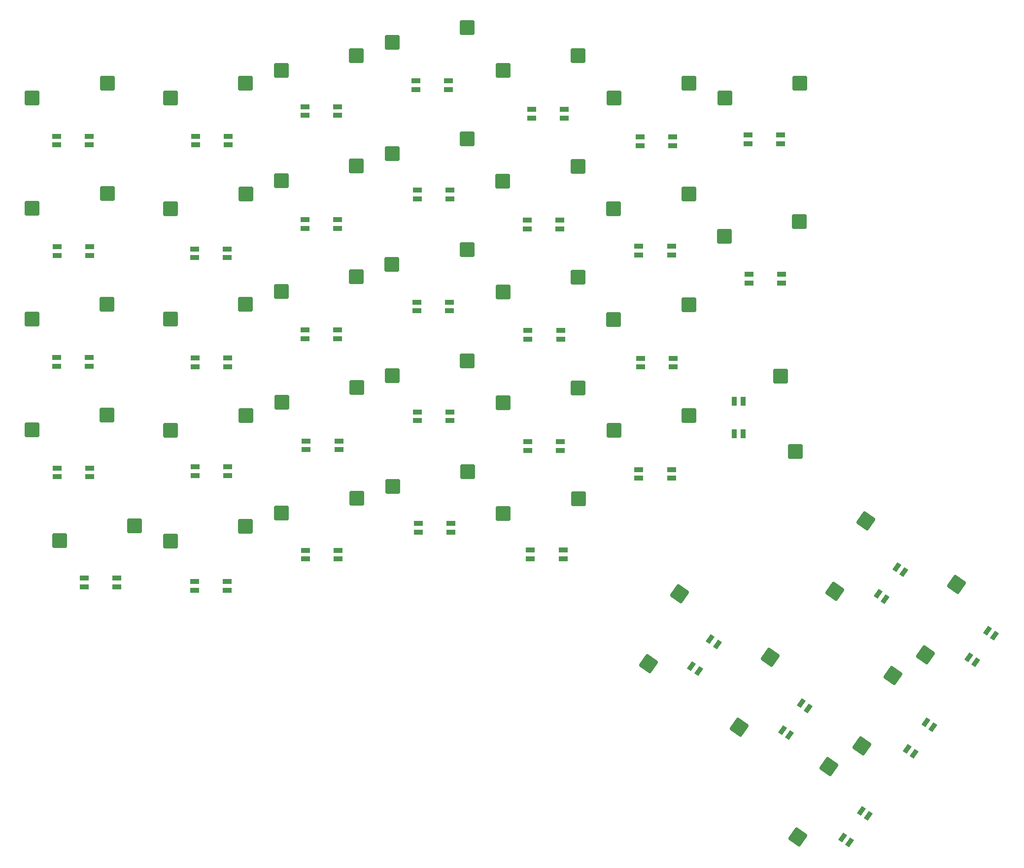
<source format=gbr>
%TF.GenerationSoftware,KiCad,Pcbnew,9.0.1*%
%TF.CreationDate,2025-07-25T21:26:32-04:00*%
%TF.ProjectId,splitboard left,73706c69-7462-46f6-9172-64206c656674,rev?*%
%TF.SameCoordinates,Original*%
%TF.FileFunction,Paste,Bot*%
%TF.FilePolarity,Positive*%
%FSLAX46Y46*%
G04 Gerber Fmt 4.6, Leading zero omitted, Abs format (unit mm)*
G04 Created by KiCad (PCBNEW 9.0.1) date 2025-07-25 21:26:32*
%MOMM*%
%LPD*%
G01*
G04 APERTURE LIST*
G04 Aperture macros list*
%AMRoundRect*
0 Rectangle with rounded corners*
0 $1 Rounding radius*
0 $2 $3 $4 $5 $6 $7 $8 $9 X,Y pos of 4 corners*
0 Add a 4 corners polygon primitive as box body*
4,1,4,$2,$3,$4,$5,$6,$7,$8,$9,$2,$3,0*
0 Add four circle primitives for the rounded corners*
1,1,$1+$1,$2,$3*
1,1,$1+$1,$4,$5*
1,1,$1+$1,$6,$7*
1,1,$1+$1,$8,$9*
0 Add four rect primitives between the rounded corners*
20,1,$1+$1,$2,$3,$4,$5,0*
20,1,$1+$1,$4,$5,$6,$7,0*
20,1,$1+$1,$6,$7,$8,$9,0*
20,1,$1+$1,$8,$9,$2,$3,0*%
%AMRotRect*
0 Rectangle, with rotation*
0 The origin of the aperture is its center*
0 $1 length*
0 $2 width*
0 $3 Rotation angle, in degrees counterclockwise*
0 Add horizontal line*
21,1,$1,$2,0,0,$3*%
G04 Aperture macros list end*
%ADD10RoundRect,0.250000X-1.025000X-1.000000X1.025000X-1.000000X1.025000X1.000000X-1.025000X1.000000X0*%
%ADD11RoundRect,0.250000X0.231236X-1.413207X1.407068X0.266054X-0.231236X1.413207X-1.407068X-0.266054X0*%
%ADD12RoundRect,0.250000X-1.000000X1.025000X-1.000000X-1.025000X1.000000X-1.025000X1.000000X1.025000X0*%
%ADD13R,1.500000X0.820000*%
%ADD14RotRect,0.820000X1.500000X145.000000*%
%ADD15R,0.820000X1.500000*%
G04 APERTURE END LIST*
D10*
%TO.C,SW11*%
X104446250Y-51298750D03*
X117373250Y-48758750D03*
%TD*%
%TO.C,SW32*%
X104512500Y-108523750D03*
X117439500Y-105983750D03*
%TD*%
%TO.C,SW5*%
X123496250Y-36992500D03*
X136423250Y-34452500D03*
%TD*%
%TO.C,SW33*%
X123512500Y-113263750D03*
X136439500Y-110723750D03*
%TD*%
%TO.C,SW1*%
X42565500Y-41755000D03*
X55492500Y-39215000D03*
%TD*%
%TO.C,SW8*%
X42565500Y-60758750D03*
X55492500Y-58218750D03*
%TD*%
%TO.C,SW13*%
X142512500Y-60823750D03*
X155439500Y-58283750D03*
%TD*%
D11*
%TO.C,SW37*%
X185131833Y-153159266D03*
X190465809Y-141113203D03*
%TD*%
%TO.C,SW34*%
X148456833Y-139034266D03*
X153790809Y-126988203D03*
%TD*%
D10*
%TO.C,SW7*%
X161596250Y-41755000D03*
X174523250Y-39215000D03*
%TD*%
%TO.C,SW6*%
X142546250Y-41755000D03*
X155473250Y-39215000D03*
%TD*%
%TO.C,SW16*%
X66346250Y-79798750D03*
X79273250Y-77258750D03*
%TD*%
%TO.C,SW2*%
X66346250Y-41755000D03*
X79273250Y-39215000D03*
%TD*%
%TO.C,SW31*%
X85412500Y-113098750D03*
X98339500Y-110558750D03*
%TD*%
%TO.C,SW26*%
X123487500Y-94198750D03*
X136414500Y-91658750D03*
%TD*%
%TO.C,SW12*%
X123462500Y-56048750D03*
X136389500Y-53508750D03*
%TD*%
%TO.C,SW18*%
X104387500Y-70398750D03*
X117314500Y-67858750D03*
%TD*%
D11*
%TO.C,SW28*%
X180459369Y-126561682D03*
X185793345Y-114515619D03*
%TD*%
%TO.C,SW35*%
X164081833Y-149959266D03*
X169415809Y-137913203D03*
%TD*%
D10*
%TO.C,SW10*%
X85387500Y-56023750D03*
X98314500Y-53483750D03*
%TD*%
%TO.C,SW3*%
X85396250Y-36992500D03*
X98323250Y-34452500D03*
%TD*%
%TO.C,SW17*%
X85387500Y-74998750D03*
X98314500Y-72458750D03*
%TD*%
%TO.C,SW19*%
X123496250Y-75138750D03*
X136423250Y-72598750D03*
%TD*%
%TO.C,SW9*%
X66387500Y-60798750D03*
X79314500Y-58258750D03*
%TD*%
%TO.C,SW4*%
X104446250Y-32230000D03*
X117373250Y-29690000D03*
%TD*%
D11*
%TO.C,SW38*%
X174181833Y-168809266D03*
X179515809Y-156763203D03*
%TD*%
D10*
%TO.C,SW15*%
X42535500Y-79738750D03*
X55462500Y-77198750D03*
%TD*%
%TO.C,SW29*%
X47296250Y-117873750D03*
X60223250Y-115333750D03*
%TD*%
%TO.C,SW20*%
X142512500Y-79898750D03*
X155439500Y-77358750D03*
%TD*%
%TO.C,SW30*%
X66346250Y-117955000D03*
X79273250Y-115415000D03*
%TD*%
D12*
%TO.C,SW21*%
X171202500Y-89593750D03*
X173742500Y-102520750D03*
%TD*%
D10*
%TO.C,SW24*%
X85462500Y-94073750D03*
X98389500Y-91533750D03*
%TD*%
D11*
%TO.C,SW36*%
X196070601Y-137497974D03*
X201404577Y-125451911D03*
%TD*%
D10*
%TO.C,SW25*%
X104437500Y-89473750D03*
X117364500Y-86933750D03*
%TD*%
%TO.C,SW27*%
X142537500Y-98923750D03*
X155464500Y-96383750D03*
%TD*%
%TO.C,SW23*%
X66362500Y-98873750D03*
X79289500Y-96333750D03*
%TD*%
%TO.C,SW14*%
X161512500Y-65573750D03*
X174439500Y-63033750D03*
%TD*%
%TO.C,SW22*%
X42537500Y-98798750D03*
X55464500Y-96258750D03*
%TD*%
D13*
%TO.C,L24*%
X108812500Y-95748750D03*
X108812500Y-97248750D03*
X114412500Y-97248750D03*
X114412500Y-95748750D03*
%TD*%
%TO.C,L3*%
X89462500Y-43248750D03*
X89462500Y-44748750D03*
X95062500Y-44748750D03*
X95062500Y-43248750D03*
%TD*%
%TO.C,L23*%
X127772500Y-100848750D03*
X127772500Y-102348750D03*
X133372500Y-102348750D03*
X133372500Y-100848750D03*
%TD*%
%TO.C,L17*%
X89487500Y-81648750D03*
X89487500Y-83148750D03*
X95087500Y-83148750D03*
X95087500Y-81648750D03*
%TD*%
%TO.C,L29*%
X70530000Y-124945000D03*
X70530000Y-126445000D03*
X76130000Y-126445000D03*
X76130000Y-124945000D03*
%TD*%
%TO.C,L27*%
X46862500Y-105398750D03*
X46862500Y-106898750D03*
X52462500Y-106898750D03*
X52462500Y-105398750D03*
%TD*%
D14*
%TO.C,L38*%
X187942122Y-127062193D03*
X189170850Y-127922558D03*
X192382878Y-123335307D03*
X191154150Y-122474942D03*
%TD*%
%TO.C,L33*%
X155867122Y-139437193D03*
X157095850Y-140297558D03*
X160307878Y-135710307D03*
X159079150Y-134849942D03*
%TD*%
%TO.C,L36*%
X192917122Y-153687193D03*
X194145850Y-154547558D03*
X197357878Y-149960307D03*
X196129150Y-149099942D03*
%TD*%
D13*
%TO.C,L11*%
X108787500Y-57598750D03*
X108787500Y-59098750D03*
X114387500Y-59098750D03*
X114387500Y-57598750D03*
%TD*%
%TO.C,L5*%
X128437500Y-43748750D03*
X128437500Y-45248750D03*
X134037500Y-45248750D03*
X134037500Y-43748750D03*
%TD*%
%TO.C,L32*%
X128212500Y-119523750D03*
X128212500Y-121023750D03*
X133812500Y-121023750D03*
X133812500Y-119523750D03*
%TD*%
%TO.C,L2*%
X70712500Y-48348750D03*
X70712500Y-49848750D03*
X76312500Y-49848750D03*
X76312500Y-48348750D03*
%TD*%
%TO.C,L28*%
X51562500Y-124298750D03*
X51562500Y-125798750D03*
X57162500Y-125798750D03*
X57162500Y-124298750D03*
%TD*%
%TO.C,L15*%
X46787500Y-86423750D03*
X46787500Y-87923750D03*
X52387500Y-87923750D03*
X52387500Y-86423750D03*
%TD*%
%TO.C,L4*%
X108537500Y-38798750D03*
X108537500Y-40298750D03*
X114137500Y-40298750D03*
X114137500Y-38798750D03*
%TD*%
%TO.C,L12*%
X89487500Y-62673750D03*
X89487500Y-64173750D03*
X95087500Y-64173750D03*
X95087500Y-62673750D03*
%TD*%
%TO.C,L16*%
X70612500Y-86473750D03*
X70612500Y-87973750D03*
X76212500Y-87973750D03*
X76212500Y-86473750D03*
%TD*%
%TO.C,L7*%
X165612500Y-48123750D03*
X165612500Y-49623750D03*
X171212500Y-49623750D03*
X171212500Y-48123750D03*
%TD*%
%TO.C,L8*%
X165787500Y-72098750D03*
X165787500Y-73598750D03*
X171387500Y-73598750D03*
X171387500Y-72098750D03*
%TD*%
%TO.C,L19*%
X127787500Y-81723750D03*
X127787500Y-83223750D03*
X133387500Y-83223750D03*
X133387500Y-81723750D03*
%TD*%
%TO.C,L18*%
X108687500Y-76873750D03*
X108687500Y-78373750D03*
X114287500Y-78373750D03*
X114287500Y-76873750D03*
%TD*%
%TO.C,L14*%
X46862500Y-67323750D03*
X46862500Y-68823750D03*
X52462500Y-68823750D03*
X52462500Y-67323750D03*
%TD*%
%TO.C,L9*%
X146837500Y-67248750D03*
X146837500Y-68748750D03*
X152437500Y-68748750D03*
X152437500Y-67248750D03*
%TD*%
%TO.C,L20*%
X147112500Y-86523750D03*
X147112500Y-88023750D03*
X152712500Y-88023750D03*
X152712500Y-86523750D03*
%TD*%
%TO.C,L25*%
X89687500Y-100748750D03*
X89687500Y-102248750D03*
X95287500Y-102248750D03*
X95287500Y-100748750D03*
%TD*%
D15*
%TO.C,L21*%
X164712500Y-93898750D03*
X163212500Y-93898750D03*
X163212500Y-99498750D03*
X164712500Y-99498750D03*
%TD*%
D13*
%TO.C,L22*%
X146837500Y-105648750D03*
X146837500Y-107148750D03*
X152437500Y-107148750D03*
X152437500Y-105648750D03*
%TD*%
%TO.C,L26*%
X70587500Y-105198750D03*
X70587500Y-106698750D03*
X76187500Y-106698750D03*
X76187500Y-105198750D03*
%TD*%
D14*
%TO.C,L37*%
X203517122Y-137962193D03*
X204745850Y-138822558D03*
X207957878Y-134235307D03*
X206729150Y-133374942D03*
%TD*%
D13*
%TO.C,L31*%
X108962500Y-114898750D03*
X108962500Y-116398750D03*
X114562500Y-116398750D03*
X114562500Y-114898750D03*
%TD*%
%TO.C,L6*%
X147037500Y-48448750D03*
X147037500Y-49948750D03*
X152637500Y-49948750D03*
X152637500Y-48448750D03*
%TD*%
%TO.C,L1*%
X46837500Y-48348750D03*
X46837500Y-49848750D03*
X52437500Y-49848750D03*
X52437500Y-48348750D03*
%TD*%
D14*
%TO.C,L35*%
X181817122Y-168912193D03*
X183045850Y-169772558D03*
X186257878Y-165185307D03*
X185029150Y-164324942D03*
%TD*%
D13*
%TO.C,L30*%
X89587500Y-119548750D03*
X89587500Y-121048750D03*
X95187500Y-121048750D03*
X95187500Y-119548750D03*
%TD*%
%TO.C,L10*%
X127662500Y-62748750D03*
X127662500Y-64248750D03*
X133262500Y-64248750D03*
X133262500Y-62748750D03*
%TD*%
D14*
%TO.C,L34*%
X171492122Y-150437193D03*
X172720850Y-151297558D03*
X175932878Y-146710307D03*
X174704150Y-145849942D03*
%TD*%
D13*
%TO.C,L13*%
X70512500Y-67723750D03*
X70512500Y-69223750D03*
X76112500Y-69223750D03*
X76112500Y-67723750D03*
%TD*%
M02*

</source>
